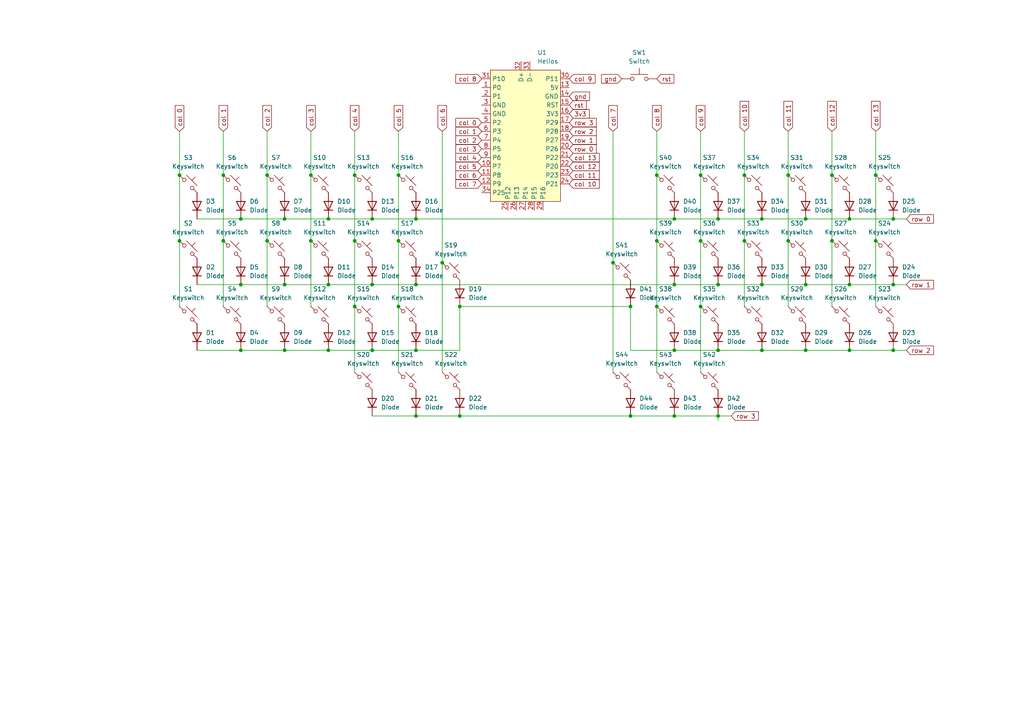
<source format=kicad_sch>
(kicad_sch (version 20231120) (generator "eeschema") (generator_version "8.0")
  (paper "A4")
  (lib_symbols
    (symbol "PCM_marbastlib-promicroish:Helios" (in_bom no)
      (property "Reference" "U" (at -7.62 22.86 0))
      (property "Value" "Helios" (at -7.62 20.32 0))
      (symbol "Helios_0_0"
        (pin bidirectional line (at -12.7 13.97 0) (length 2.54) (name "P0") (number "1"))
        (pin bidirectional line (at -12.7 -8.89 0) (length 2.54) (name "P7") (number "10"))
        (pin bidirectional line (at -12.7 -11.43 0) (length 2.54) (name "P8") (number "11"))
        (pin bidirectional line (at -12.7 -13.97 0) (length 2.54) (name "P9") (number "12"))
        (pin power_out line (at 12.7 11.43 180) (length 2.54) (name "GND") (number "14"))
        (pin bidirectional line (at 12.7 8.89 180) (length 2.54) (name "RST") (number "15"))
        (pin bidirectional line (at 12.7 3.81 180) (length 2.54) (name "P29") (number "17"))
        (pin bidirectional line (at 12.7 1.27 180) (length 2.54) (name "P28") (number "18"))
        (pin bidirectional line (at 12.7 -1.27 180) (length 2.54) (name "P27") (number "19"))
        (pin bidirectional line (at -12.7 11.43 0) (length 2.54) (name "P1") (number "2"))
        (pin bidirectional line (at 12.7 -3.81 180) (length 2.54) (name "P26") (number "20"))
        (pin bidirectional line (at 12.7 -6.35 180) (length 2.54) (name "P22") (number "21"))
        (pin bidirectional line (at 12.7 -8.89 180) (length 2.54) (name "P20") (number "22"))
        (pin bidirectional line (at 12.7 -11.43 180) (length 2.54) (name "P23") (number "23"))
        (pin bidirectional line (at 12.7 -13.97 180) (length 2.54) (name "P21") (number "24"))
        (pin power_out line (at -12.7 8.89 0) (length 2.54) (name "GND") (number "3"))
        (pin power_out line (at -12.7 6.35 0) (length 2.54) (name "GND") (number "4"))
        (pin bidirectional line (at -12.7 3.81 0) (length 2.54) (name "P2") (number "5"))
        (pin bidirectional line (at -12.7 1.27 0) (length 2.54) (name "P3") (number "6"))
        (pin bidirectional line (at -12.7 -1.27 0) (length 2.54) (name "P4") (number "7"))
        (pin bidirectional line (at -12.7 -3.81 0) (length 2.54) (name "P5") (number "8"))
        (pin bidirectional line (at -12.7 -6.35 0) (length 2.54) (name "P6") (number "9"))
      )
      (symbol "Helios_1_0"
        (pin bidirectional line (at 12.7 13.97 180) (length 2.54) (name "5V") (number "13"))
        (pin power_out line (at 12.7 6.35 180) (length 2.54) (name "3V3") (number "16"))
        (pin bidirectional line (at -5.08 -21.59 90) (length 2.54) (name "P12") (number "25"))
        (pin bidirectional line (at -2.54 -21.59 90) (length 2.54) (name "P13") (number "26"))
        (pin bidirectional line (at 0 -21.59 90) (length 2.54) (name "P14") (number "27"))
        (pin bidirectional line (at 2.54 -21.59 90) (length 2.54) (name "P15") (number "28"))
        (pin bidirectional line (at 5.08 -21.59 90) (length 2.54) (name "P16") (number "29"))
        (pin power_in line (at 12.7 16.51 180) (length 2.54) (name "P11") (number "30"))
        (pin bidirectional line (at -12.7 16.51 0) (length 2.54) (name "P10") (number "31"))
        (pin bidirectional line (at -1.27 21.59 270) (length 2.54) (name "D+") (number "32"))
        (pin bidirectional line (at 1.27 21.59 270) (length 2.54) (name "D-") (number "33"))
        (pin bidirectional line (at -12.7 -16.51 0) (length 2.54) (name "P25") (number "34"))
      )
      (symbol "Helios_1_1"
        (rectangle (start -10.16 19.05) (end 10.16 -19.05) (fill (type background)))
      )
    )
    (symbol "ScottoKeebs:Placeholder_Diode" (pin_numbers hide) (pin_names hide)
      (property "Reference" "D" (at 0 2.54 0))
      (property "Value" "Diode" (at 0 -2.54 0))
      (symbol "Placeholder_Diode_0_1"
        (polyline (pts (xy -1.27 1.27) (xy -1.27 -1.27)) (stroke (width 0.254)))
        (polyline (pts (xy 1.27 0) (xy -1.27 0)))
        (polyline (pts (xy 1.27 1.27) (xy 1.27 -1.27) (xy -1.27 0) (xy 1.27 1.27)) (stroke (width 0.254)))
      )
      (symbol "Placeholder_Diode_1_1"
        (pin passive line (at -3.81 0 0) (length 2.54) (name "K") (number "1"))
        (pin passive line (at 3.81 0 180) (length 2.54) (name "A") (number "2"))
      )
    )
    (symbol "ScottoKeebs:Placeholder_Keyswitch" (pin_numbers hide) (pin_names (offset 1.016) hide)
      (property "Reference" "S" (at 3.048 1.016 0))
      (property "Value" "Keyswitch" (at 0 -3.81 0))
      (symbol "Placeholder_Keyswitch_0_1"
        (circle (center -1.1684 1.1684) (radius 0.508))
        (polyline (pts (xy -0.508 2.54) (xy 2.54 -0.508)))
        (polyline (pts (xy 1.016 1.016) (xy 2.032 2.032)))
        (polyline (pts (xy -2.54 2.54) (xy -1.524 1.524) (xy -1.524 1.524)))
        (polyline (pts (xy 1.524 -1.524) (xy 2.54 -2.54) (xy 2.54 -2.54) (xy 2.54 -2.54)))
        (circle (center 1.143 -1.1938) (radius 0.508))
        (pin passive line (at -2.54 2.54 0) (length 0) (name "1") (number "1"))
        (pin passive line (at 2.54 -2.54 180) (length 0) (name "2") (number "2"))
      )
    )
    (symbol "ScottoKeebs:Placeholder_Switch" (pin_numbers hide) (pin_names (offset 1.016) hide)
      (property "Reference" "SW" (at 1.27 2.54 0))
      (property "Value" "Switch" (at 0 -1.524 0))
      (symbol "Placeholder_Switch_0_1"
        (circle (center -2.032 0) (radius 0.508))
        (polyline (pts (xy 0 1.27) (xy 0 3.048)))
        (polyline (pts (xy 2.54 1.27) (xy -2.54 1.27)))
        (circle (center 2.032 0) (radius 0.508))
        (pin passive line (at -5.08 0 0) (length 2.54) (name "1") (number "1"))
        (pin passive line (at 5.08 0 180) (length 2.54) (name "2") (number "2"))
      )
    )
  )
  (junction (at 259.08 63.5))
  (junction (at 69.85 63.5))
  (junction (at 246.38 101.6))
  (junction (at 120.65 63.5))
  (junction (at 241.3 50.8))
  (junction (at 120.65 101.6))
  (junction (at 82.55 63.5))
  (junction (at 90.17 69.85))
  (junction (at 254 69.85))
  (junction (at 203.2 69.85))
  (junction (at 69.85 101.6))
  (junction (at 195.58 82.55))
  (junction (at 233.68 63.5))
  (junction (at 120.65 120.65))
  (junction (at 259.08 101.6))
  (junction (at 254 50.8))
  (junction (at 115.57 69.85))
  (junction (at 107.95 63.5))
  (junction (at 95.25 63.5))
  (junction (at 133.35 120.65))
  (junction (at 220.98 82.55))
  (junction (at 233.68 101.6))
  (junction (at 190.5 50.8))
  (junction (at 246.38 63.5))
  (junction (at 128.27 76.2))
  (junction (at 203.2 88.9))
  (junction (at 195.58 120.65))
  (junction (at 95.25 101.6))
  (junction (at 107.95 101.6))
  (junction (at 107.95 82.55))
  (junction (at 190.5 88.9))
  (junction (at 203.2 50.8))
  (junction (at 77.47 50.8))
  (junction (at 115.57 88.9))
  (junction (at 220.98 101.6))
  (junction (at 77.47 69.85))
  (junction (at 259.08 82.55))
  (junction (at 195.58 63.5))
  (junction (at 69.85 82.55))
  (junction (at 190.5 69.85))
  (junction (at 208.28 63.5))
  (junction (at 120.65 82.55))
  (junction (at 177.8 76.2))
  (junction (at 90.17 50.8))
  (junction (at 195.58 101.6))
  (junction (at 82.55 82.55))
  (junction (at 208.28 101.6))
  (junction (at 102.87 88.9))
  (junction (at 102.87 50.8))
  (junction (at 228.6 69.85))
  (junction (at 208.28 120.65))
  (junction (at 215.9 69.85))
  (junction (at 182.88 88.9))
  (junction (at 228.6 50.8))
  (junction (at 220.98 63.5))
  (junction (at 246.38 82.55))
  (junction (at 233.68 82.55))
  (junction (at 182.88 120.65))
  (junction (at 95.25 82.55))
  (junction (at 52.07 69.85))
  (junction (at 64.77 69.85))
  (junction (at 208.28 82.55))
  (junction (at 52.07 50.8))
  (junction (at 115.57 50.8))
  (junction (at 241.3 69.85))
  (junction (at 82.55 101.6))
  (junction (at 102.87 69.85))
  (junction (at 215.9 50.8))
  (junction (at 64.77 50.8))
  (junction (at 133.35 88.9))
  (wire (pts (xy 259.08 82.55) (xy 262.89 82.55)))
  (wire (pts (xy 195.58 120.65) (xy 208.28 120.65)))
  (wire (pts (xy 115.57 50.8) (xy 115.57 69.85)))
  (wire (pts (xy 203.2 38.1) (xy 203.2 50.8)))
  (wire (pts (xy 190.5 38.1) (xy 190.5 50.8)))
  (wire (pts (xy 107.95 82.55) (xy 120.65 82.55)))
  (wire (pts (xy 69.85 63.5) (xy 82.55 63.5)))
  (wire (pts (xy 246.38 63.5) (xy 259.08 63.5)))
  (wire (pts (xy 90.17 69.85) (xy 90.17 88.9)))
  (wire (pts (xy 120.65 101.6) (xy 133.35 101.6)))
  (wire (pts (xy 95.25 82.55) (xy 107.95 82.55)))
  (wire (pts (xy 115.57 38.1) (xy 115.57 50.8)))
  (wire (pts (xy 128.27 76.2) (xy 128.27 107.95)))
  (wire (pts (xy 195.58 101.6) (xy 208.28 101.6)))
  (wire (pts (xy 115.57 69.85) (xy 115.57 88.9)))
  (wire (pts (xy 77.47 38.1) (xy 77.47 50.8)))
  (wire (pts (xy 107.95 63.5) (xy 120.65 63.5)))
  (wire (pts (xy 241.3 50.8) (xy 241.3 69.85)))
  (wire (pts (xy 228.6 38.1) (xy 228.6 50.8)))
  (wire (pts (xy 203.2 88.9) (xy 203.2 107.95)))
  (wire (pts (xy 57.15 101.6) (xy 69.85 101.6)))
  (wire (pts (xy 228.6 50.8) (xy 228.6 69.85)))
  (wire (pts (xy 77.47 50.8) (xy 77.47 69.85)))
  (wire (pts (xy 95.25 101.6) (xy 107.95 101.6)))
  (wire (pts (xy 177.8 76.2) (xy 177.8 107.95)))
  (wire (pts (xy 52.07 38.1) (xy 52.07 50.8)))
  (wire (pts (xy 203.2 69.85) (xy 203.2 88.9)))
  (wire (pts (xy 120.65 120.65) (xy 133.35 120.65)))
  (wire (pts (xy 64.77 38.1) (xy 64.77 50.8)))
  (wire (pts (xy 95.25 63.5) (xy 107.95 63.5)))
  (wire (pts (xy 102.87 88.9) (xy 102.87 107.95)))
  (wire (pts (xy 120.65 82.55) (xy 195.58 82.55)))
  (wire (pts (xy 208.28 82.55) (xy 220.98 82.55)))
  (wire (pts (xy 233.68 63.5) (xy 246.38 63.5)))
  (wire (pts (xy 220.98 101.6) (xy 233.68 101.6)))
  (wire (pts (xy 90.17 38.1) (xy 90.17 50.8)))
  (wire (pts (xy 208.28 63.5) (xy 220.98 63.5)))
  (wire (pts (xy 212.09 120.65) (xy 208.28 120.65)))
  (wire (pts (xy 195.58 82.55) (xy 208.28 82.55)))
  (wire (pts (xy 259.08 101.6) (xy 262.89 101.6)))
  (wire (pts (xy 208.28 101.6) (xy 220.98 101.6)))
  (wire (pts (xy 233.68 101.6) (xy 246.38 101.6)))
  (wire (pts (xy 254 50.8) (xy 254 69.85)))
  (wire (pts (xy 208.28 120.65) (xy 208.28 121.92)))
  (wire (pts (xy 90.17 50.8) (xy 90.17 69.85)))
  (wire (pts (xy 52.07 69.85) (xy 52.07 88.9)))
  (wire (pts (xy 69.85 82.55) (xy 82.55 82.55)))
  (wire (pts (xy 102.87 50.8) (xy 102.87 69.85)))
  (wire (pts (xy 246.38 82.55) (xy 259.08 82.55)))
  (wire (pts (xy 241.3 69.85) (xy 241.3 88.9)))
  (wire (pts (xy 133.35 101.6) (xy 133.35 88.9)))
  (wire (pts (xy 215.9 38.1) (xy 215.9 50.8)))
  (wire (pts (xy 64.77 50.8) (xy 64.77 69.85)))
  (wire (pts (xy 128.27 38.1) (xy 128.27 76.2)))
  (wire (pts (xy 133.35 120.65) (xy 182.88 120.65)))
  (wire (pts (xy 69.85 101.6) (xy 82.55 101.6)))
  (wire (pts (xy 77.47 69.85) (xy 77.47 88.9)))
  (wire (pts (xy 220.98 82.55) (xy 233.68 82.55)))
  (wire (pts (xy 82.55 82.55) (xy 95.25 82.55)))
  (wire (pts (xy 64.77 69.85) (xy 64.77 88.9)))
  (wire (pts (xy 120.65 63.5) (xy 195.58 63.5)))
  (wire (pts (xy 182.88 120.65) (xy 195.58 120.65)))
  (wire (pts (xy 254 69.85) (xy 254 88.9)))
  (wire (pts (xy 182.88 88.9) (xy 182.88 101.6)))
  (wire (pts (xy 190.5 69.85) (xy 190.5 88.9)))
  (wire (pts (xy 215.9 50.8) (xy 215.9 69.85)))
  (wire (pts (xy 102.87 38.1) (xy 102.87 50.8)))
  (wire (pts (xy 190.5 50.8) (xy 190.5 69.85)))
  (wire (pts (xy 246.38 101.6) (xy 259.08 101.6)))
  (wire (pts (xy 177.8 38.1) (xy 177.8 76.2)))
  (wire (pts (xy 57.15 82.55) (xy 69.85 82.55)))
  (wire (pts (xy 220.98 63.5) (xy 233.68 63.5)))
  (wire (pts (xy 82.55 101.6) (xy 95.25 101.6)))
  (wire (pts (xy 102.87 69.85) (xy 102.87 88.9)))
  (wire (pts (xy 115.57 88.9) (xy 115.57 107.95)))
  (wire (pts (xy 133.35 88.9) (xy 182.88 88.9)))
  (wire (pts (xy 82.55 63.5) (xy 95.25 63.5)))
  (wire (pts (xy 52.07 50.8) (xy 52.07 69.85)))
  (wire (pts (xy 254 38.1) (xy 254 50.8)))
  (wire (pts (xy 190.5 88.9) (xy 190.5 107.95)))
  (wire (pts (xy 57.15 63.5) (xy 69.85 63.5)))
  (wire (pts (xy 259.08 63.5) (xy 262.89 63.5)))
  (wire (pts (xy 203.2 50.8) (xy 203.2 69.85)))
  (wire (pts (xy 195.58 101.6) (xy 182.88 101.6)))
  (wire (pts (xy 107.95 120.65) (xy 120.65 120.65)))
  (wire (pts (xy 195.58 63.5) (xy 208.28 63.5)))
  (wire (pts (xy 107.95 101.6) (xy 120.65 101.6)))
  (wire (pts (xy 241.3 38.1) (xy 241.3 50.8)))
  (wire (pts (xy 228.6 69.85) (xy 228.6 88.9)))
  (wire (pts (xy 233.68 82.55) (xy 246.38 82.55)))
  (wire (pts (xy 215.9 69.85) (xy 215.9 88.9)))
  (global_label "row 3" (shape input) (at 212.09 120.65 0) (property "Intersheetrefs" "${INTERSHEET_REFS}" (effects (hide yes))))
  (global_label "row 2" (shape input) (at 262.89 101.6 0) (property "Intersheetrefs" "${INTERSHEET_REFS}" (effects (hide yes))))
  (global_label "col 6" (shape input) (at 139.7 50.8 180) (property "Intersheetrefs" "${INTERSHEET_REFS}" (effects (hide yes))))
  (global_label "row 3" (shape input) (at 165.1 35.56 0) (property "Intersheetrefs" "${INTERSHEET_REFS}" (effects (hide yes))))
  (global_label "col 9" (shape input) (at 203.2 38.1 90) (property "Intersheetrefs" "${INTERSHEET_REFS}" (effects (hide yes))))
  (global_label "col 8" (shape input) (at 139.7 22.86 180) (property "Intersheetrefs" "${INTERSHEET_REFS}" (effects (hide yes))))
  (global_label "col 13" (shape input) (at 165.1 45.72 0) (property "Intersheetrefs" "${INTERSHEET_REFS}" (effects (hide yes))))
  (global_label "row 0" (shape input) (at 262.89 63.5 0) (property "Intersheetrefs" "${INTERSHEET_REFS}" (effects (hide yes))))
  (global_label "col 9" (shape input) (at 165.1 22.86 0) (property "Intersheetrefs" "${INTERSHEET_REFS}" (effects (hide yes))))
  (global_label "row 1" (shape input) (at 165.1 40.64 0) (property "Intersheetrefs" "${INTERSHEET_REFS}" (effects (hide yes))))
  (global_label "col 2" (shape input) (at 139.7 40.64 180) (property "Intersheetrefs" "${INTERSHEET_REFS}" (effects (hide yes))))
  (global_label "row 2" (shape input) (at 165.1 38.1 0) (property "Intersheetrefs" "${INTERSHEET_REFS}" (effects (hide yes))))
  (global_label "col 11" (shape input) (at 165.1 50.8 0) (property "Intersheetrefs" "${INTERSHEET_REFS}" (effects (hide yes))))
  (global_label "col 12" (shape input) (at 241.3 38.1 90) (property "Intersheetrefs" "${INTERSHEET_REFS}" (effects (hide yes))))
  (global_label "col 11" (shape input) (at 228.6 38.1 90) (property "Intersheetrefs" "${INTERSHEET_REFS}" (effects (hide yes))))
  (global_label "col 1" (shape input) (at 139.7 38.1 180) (property "Intersheetrefs" "${INTERSHEET_REFS}" (effects (hide yes))))
  (global_label "col 10" (shape input) (at 215.9 38.1 90) (property "Intersheetrefs" "${INTERSHEET_REFS}" (effects (hide yes))))
  (global_label "col 10" (shape input) (at 165.1 53.34 0) (property "Intersheetrefs" "${INTERSHEET_REFS}" (effects (hide yes))))
  (global_label "col 1" (shape input) (at 64.77 38.1 90) (property "Intersheetrefs" "${INTERSHEET_REFS}" (effects (hide yes))))
  (global_label "gnd" (shape input) (at 180.34 22.86 180) (property "Intersheetrefs" "${INTERSHEET_REFS}" (effects (hide yes))))
  (global_label "col 3" (shape input) (at 90.17 38.1 90) (property "Intersheetrefs" "${INTERSHEET_REFS}" (effects (hide yes))))
  (global_label "rst" (shape input) (at 165.1 30.48 0) (property "Intersheetrefs" "${INTERSHEET_REFS}" (effects (hide yes))))
  (global_label "col 13" (shape input) (at 254 38.1 90) (property "Intersheetrefs" "${INTERSHEET_REFS}" (effects (hide yes))))
  (global_label "col 5" (shape input) (at 139.7 48.26 180) (property "Intersheetrefs" "${INTERSHEET_REFS}" (effects (hide yes))))
  (global_label "col 7" (shape input) (at 177.8 38.1 90) (property "Intersheetrefs" "${INTERSHEET_REFS}" (effects (hide yes))))
  (global_label "row 0" (shape input) (at 165.1 43.18 0) (property "Intersheetrefs" "${INTERSHEET_REFS}" (effects (hide yes))))
  (global_label "row 1" (shape input) (at 262.89 82.55 0) (property "Intersheetrefs" "${INTERSHEET_REFS}" (effects (hide yes))))
  (global_label "col 12" (shape input) (at 165.1 48.26 0) (property "Intersheetrefs" "${INTERSHEET_REFS}" (effects (hide yes))))
  (global_label "col 2" (shape input) (at 77.47 38.1 90) (property "Intersheetrefs" "${INTERSHEET_REFS}" (effects (hide yes))))
  (global_label "gnd" (shape input) (at 165.1 27.94 0) (property "Intersheetrefs" "${INTERSHEET_REFS}" (effects (hide yes))))
  (global_label "col 0" (shape input) (at 139.7 35.56 180) (property "Intersheetrefs" "${INTERSHEET_REFS}" (effects (hide yes))))
  (global_label "col 3" (shape input) (at 139.7 43.18 180) (property "Intersheetrefs" "${INTERSHEET_REFS}" (effects (hide yes))))
  (global_label "col 7" (shape input) (at 139.7 53.34 180) (property "Intersheetrefs" "${INTERSHEET_REFS}" (effects (hide yes))))
  (global_label "col 5" (shape input) (at 115.57 38.1 90) (property "Intersheetrefs" "${INTERSHEET_REFS}" (effects (hide yes))))
  (global_label "col 4" (shape input) (at 139.7 45.72 180) (property "Intersheetrefs" "${INTERSHEET_REFS}" (effects (hide yes))))
  (global_label "3v3" (shape input) (at 165.1 33.02 0) (property "Intersheetrefs" "${INTERSHEET_REFS}" (effects (hide yes))))
  (global_label "col 0" (shape input) (at 52.07 38.1 90) (property "Intersheetrefs" "${INTERSHEET_REFS}" (effects (hide yes))))
  (global_label "col 8" (shape input) (at 190.5 38.1 90) (property "Intersheetrefs" "${INTERSHEET_REFS}" (effects (hide yes))))
  (global_label "rst" (shape input) (at 190.5 22.86 0) (property "Intersheetrefs" "${INTERSHEET_REFS}" (effects (hide yes))))
  (global_label "col 4" (shape input) (at 102.87 38.1 90) (property "Intersheetrefs" "${INTERSHEET_REFS}" (effects (hide yes))))
  (global_label "col 6" (shape input) (at 128.27 38.1 90) (property "Intersheetrefs" "${INTERSHEET_REFS}" (effects (hide yes))))
  (symbol (lib_id "ScottoKeebs:Placeholder_Keyswitch") (at 80.01 91.44 0) (unit 1)
    (property "Reference" "S9" (at 80.01 83.82 0))
    (property "Value" "Keyswitch" (at 80.01 86.36 0))
    (property "Footprint" "ScottoKeebs_Hotswap:Hotswap_Choc_V1V2_1.00u" (effects (hide yes)))
    (property "Description" "Push button switch, normally open, two pins, 45° tilted" (effects (hide yes)))
  )
  (symbol (lib_id "ScottoKeebs:Placeholder_Diode") (at 82.55 59.69 90) (unit 1)
    (property "Reference" "D7" (at 85.09 58.4199 90) (effects (justify right)))
    (property "Value" "Diode" (at 85.09 60.9599 90) (effects (justify right)))
    (property "Footprint" "ScottoKeebs_Components:Diode_SOD-123" (effects (hide yes)))
    (property "Description" "1N4148 (DO-35) or 1N4148W (SOD-123)" (effects (hide yes)))
    (property "Sim.Device" "D" (effects (hide yes)))
    (property "Sim.Pins" "1=K 2=A" (effects (hide yes)))
  )
  (symbol (lib_id "ScottoKeebs:Placeholder_Diode") (at 95.25 78.74 90) (unit 1)
    (property "Reference" "D11" (at 97.79 77.4699 90) (effects (justify right)))
    (property "Value" "Diode" (at 97.79 80.0099 90) (effects (justify right)))
    (property "Footprint" "ScottoKeebs_Components:Diode_SOD-123" (effects (hide yes)))
    (property "Description" "1N4148 (DO-35) or 1N4148W (SOD-123)" (effects (hide yes)))
    (property "Sim.Device" "D" (effects (hide yes)))
    (property "Sim.Pins" "1=K 2=A" (effects (hide yes)))
  )
  (symbol (lib_id "ScottoKeebs:Placeholder_Diode") (at 259.08 97.79 90) (unit 1)
    (property "Reference" "D23" (at 261.62 96.5199 90) (effects (justify right)))
    (property "Value" "Diode" (at 261.62 99.0599 90) (effects (justify right)))
    (property "Footprint" "ScottoKeebs_Components:Diode_SOD-123" (effects (hide yes)))
    (property "Description" "1N4148 (DO-35) or 1N4148W (SOD-123)" (effects (hide yes)))
    (property "Sim.Device" "D" (effects (hide yes)))
    (property "Sim.Pins" "1=K 2=A" (effects (hide yes)))
  )
  (symbol (lib_id "ScottoKeebs:Placeholder_Keyswitch") (at 231.14 53.34 0) (unit 1)
    (property "Reference" "S31" (at 231.14 45.72 0))
    (property "Value" "Keyswitch" (at 231.14 48.26 0))
    (property "Footprint" "ScottoKeebs_Hotswap:Hotswap_Choc_V1V2_1.00u" (effects (hide yes)))
    (property "Description" "Push button switch, normally open, two pins, 45° tilted" (effects (hide yes)))
  )
  (symbol (lib_id "ScottoKeebs:Placeholder_Keyswitch") (at 118.11 110.49 0) (unit 1)
    (property "Reference" "S21" (at 118.11 102.87 0))
    (property "Value" "Keyswitch" (at 118.11 105.41 0))
    (property "Footprint" "ScottoKeebs_Hotswap:Hotswap_Choc_V1V2_1.00u" (effects (hide yes)))
    (property "Description" "Push button switch, normally open, two pins, 45° tilted" (effects (hide yes)))
  )
  (symbol (lib_id "ScottoKeebs:Placeholder_Keyswitch") (at 193.04 72.39 0) (unit 1)
    (property "Reference" "S39" (at 193.04 64.77 0))
    (property "Value" "Keyswitch" (at 193.04 67.31 0))
    (property "Footprint" "ScottoKeebs_Hotswap:Hotswap_Choc_V1V2_1.00u" (effects (hide yes)))
    (property "Description" "Push button switch, normally open, two pins, 45° tilted" (effects (hide yes)))
  )
  (symbol (lib_id "ScottoKeebs:Placeholder_Diode") (at 120.65 78.74 90) (unit 1)
    (property "Reference" "D17" (at 123.19 77.4699 90) (effects (justify right)))
    (property "Value" "Diode" (at 123.19 80.0099 90) (effects (justify right)))
    (property "Footprint" "ScottoKeebs_Components:Diode_SOD-123" (effects (hide yes)))
    (property "Description" "1N4148 (DO-35) or 1N4148W (SOD-123)" (effects (hide yes)))
    (property "Sim.Device" "D" (effects (hide yes)))
    (property "Sim.Pins" "1=K 2=A" (effects (hide yes)))
  )
  (symbol (lib_id "ScottoKeebs:Placeholder_Diode") (at 107.95 78.74 90) (unit 1)
    (property "Reference" "D14" (at 110.49 77.4699 90) (effects (justify right)))
    (property "Value" "Diode" (at 110.49 80.0099 90) (effects (justify right)))
    (property "Footprint" "ScottoKeebs_Components:Diode_SOD-123" (effects (hide yes)))
    (property "Description" "1N4148 (DO-35) or 1N4148W (SOD-123)" (effects (hide yes)))
    (property "Sim.Device" "D" (effects (hide yes)))
    (property "Sim.Pins" "1=K 2=A" (effects (hide yes)))
  )
  (symbol (lib_id "ScottoKeebs:Placeholder_Keyswitch") (at 118.11 91.44 0) (unit 1)
    (property "Reference" "S18" (at 118.11 83.82 0))
    (property "Value" "Keyswitch" (at 118.11 86.36 0))
    (property "Footprint" "ScottoKeebs_Hotswap:Hotswap_Choc_V1V2_1.00u" (effects (hide yes)))
    (property "Description" "Push button switch, normally open, two pins, 45° tilted" (effects (hide yes)))
  )
  (symbol (lib_id "ScottoKeebs:Placeholder_Keyswitch") (at 243.84 72.39 0) (unit 1)
    (property "Reference" "S27" (at 243.84 64.77 0))
    (property "Value" "Keyswitch" (at 243.84 67.31 0))
    (property "Footprint" "ScottoKeebs_Hotswap:Hotswap_Choc_V1V2_1.00u" (effects (hide yes)))
    (property "Description" "Push button switch, normally open, two pins, 45° tilted" (effects (hide yes)))
  )
  (symbol (lib_id "ScottoKeebs:Placeholder_Diode") (at 69.85 97.79 90) (unit 1)
    (property "Reference" "D4" (at 72.39 96.5199 90) (effects (justify right)))
    (property "Value" "Diode" (at 72.39 99.0599 90) (effects (justify right)))
    (property "Footprint" "ScottoKeebs_Components:Diode_SOD-123" (effects (hide yes)))
    (property "Description" "1N4148 (DO-35) or 1N4148W (SOD-123)" (effects (hide yes)))
    (property "Sim.Device" "D" (effects (hide yes)))
    (property "Sim.Pins" "1=K 2=A" (effects (hide yes)))
  )
  (symbol (lib_id "ScottoKeebs:Placeholder_Diode") (at 233.68 59.69 90) (unit 1)
    (property "Reference" "D31" (at 236.22 58.4199 90) (effects (justify right)))
    (property "Value" "Diode" (at 236.22 60.9599 90) (effects (justify right)))
    (property "Footprint" "ScottoKeebs_Components:Diode_SOD-123" (effects (hide yes)))
    (property "Description" "1N4148 (DO-35) or 1N4148W (SOD-123)" (effects (hide yes)))
    (property "Sim.Device" "D" (effects (hide yes)))
    (property "Sim.Pins" "1=K 2=A" (effects (hide yes)))
  )
  (symbol (lib_id "ScottoKeebs:Placeholder_Keyswitch") (at 67.31 91.44 0) (unit 1)
    (property "Reference" "S4" (at 67.31 83.82 0))
    (property "Value" "Keyswitch" (at 67.31 86.36 0))
    (property "Footprint" "ScottoKeebs_Hotswap:Hotswap_Choc_V1V2_1.00u" (effects (hide yes)))
    (property "Description" "Push button switch, normally open, two pins, 45° tilted" (effects (hide yes)))
  )
  (symbol (lib_id "ScottoKeebs:Placeholder_Keyswitch") (at 118.11 53.34 0) (unit 1)
    (property "Reference" "S16" (at 118.11 45.72 0))
    (property "Value" "Keyswitch" (at 118.11 48.26 0))
    (property "Footprint" "ScottoKeebs_Hotswap:Hotswap_Choc_V1V2_1.00u" (effects (hide yes)))
    (property "Description" "Push button switch, normally open, two pins, 45° tilted" (effects (hide yes)))
  )
  (symbol (lib_id "ScottoKeebs:Placeholder_Diode") (at 107.95 116.84 90) (unit 1)
    (property "Reference" "D20" (at 110.49 115.5699 90) (effects (justify right)))
    (property "Value" "Diode" (at 110.49 118.1099 90) (effects (justify right)))
    (property "Footprint" "ScottoKeebs_Components:Diode_SOD-123" (effects (hide yes)))
    (property "Description" "1N4148 (DO-35) or 1N4148W (SOD-123)" (effects (hide yes)))
    (property "Sim.Device" "D" (effects (hide yes)))
    (property "Sim.Pins" "1=K 2=A" (effects (hide yes)))
  )
  (symbol (lib_id "ScottoKeebs:Placeholder_Diode") (at 120.65 59.69 90) (unit 1)
    (property "Reference" "D16" (at 123.19 58.4199 90) (effects (justify right)))
    (property "Value" "Diode" (at 123.19 60.9599 90) (effects (justify right)))
    (property "Footprint" "ScottoKeebs_Components:Diode_SOD-123" (effects (hide yes)))
    (property "Description" "1N4148 (DO-35) or 1N4148W (SOD-123)" (effects (hide yes)))
    (property "Sim.Device" "D" (effects (hide yes)))
    (property "Sim.Pins" "1=K 2=A" (effects (hide yes)))
  )
  (symbol (lib_id "ScottoKeebs:Placeholder_Diode") (at 120.65 97.79 90) (unit 1)
    (property "Reference" "D18" (at 123.19 96.5199 90) (effects (justify right)))
    (property "Value" "Diode" (at 123.19 99.0599 90) (effects (justify right)))
    (property "Footprint" "ScottoKeebs_Components:Diode_SOD-123" (effects (hide yes)))
    (property "Description" "1N4148 (DO-35) or 1N4148W (SOD-123)" (effects (hide yes)))
    (property "Sim.Device" "D" (effects (hide yes)))
    (property "Sim.Pins" "1=K 2=A" (effects (hide yes)))
  )
  (symbol (lib_id "ScottoKeebs:Placeholder_Keyswitch") (at 92.71 91.44 0) (unit 1)
    (property "Reference" "S12" (at 92.71 83.82 0))
    (property "Value" "Keyswitch" (at 92.71 86.36 0))
    (property "Footprint" "ScottoKeebs_Hotswap:Hotswap_Choc_V1V2_1.00u" (effects (hide yes)))
    (property "Description" "Push button switch, normally open, two pins, 45° tilted" (effects (hide yes)))
  )
  (symbol (lib_id "ScottoKeebs:Placeholder_Diode") (at 82.55 97.79 90) (unit 1)
    (property "Reference" "D9" (at 85.09 96.5199 90) (effects (justify right)))
    (property "Value" "Diode" (at 85.09 99.0599 90) (effects (justify right)))
    (property "Footprint" "ScottoKeebs_Components:Diode_SOD-123" (effects (hide yes)))
    (property "Description" "1N4148 (DO-35) or 1N4148W (SOD-123)" (effects (hide yes)))
    (property "Sim.Device" "D" (effects (hide yes)))
    (property "Sim.Pins" "1=K 2=A" (effects (hide yes)))
  )
  (symbol (lib_id "ScottoKeebs:Placeholder_Keyswitch") (at 180.34 78.74 0) (unit 1)
    (property "Reference" "S41" (at 180.34 71.12 0))
    (property "Value" "Keyswitch" (at 180.34 73.66 0))
    (property "Footprint" "ScottoKeebs_Hotswap:Hotswap_Choc_V1V2_1.00u" (effects (hide yes)))
    (property "Description" "Push button switch, normally open, two pins, 45° tilted" (effects (hide yes)))
  )
  (symbol (lib_id "ScottoKeebs:Placeholder_Diode") (at 69.85 59.69 90) (unit 1)
    (property "Reference" "D6" (at 72.39 58.4199 90) (effects (justify right)))
    (property "Value" "Diode" (at 72.39 60.9599 90) (effects (justify right)))
    (property "Footprint" "ScottoKeebs_Components:Diode_SOD-123" (effects (hide yes)))
    (property "Description" "1N4148 (DO-35) or 1N4148W (SOD-123)" (effects (hide yes)))
    (property "Sim.Device" "D" (effects (hide yes)))
    (property "Sim.Pins" "1=K 2=A" (effects (hide yes)))
  )
  (symbol (lib_id "ScottoKeebs:Placeholder_Keyswitch") (at 92.71 72.39 0) (unit 1)
    (property "Reference" "S11" (at 92.71 64.77 0))
    (property "Value" "Keyswitch" (at 92.71 67.31 0))
    (property "Footprint" "ScottoKeebs_Hotswap:Hotswap_Choc_V1V2_1.00u" (effects (hide yes)))
    (property "Description" "Push button switch, normally open, two pins, 45° tilted" (effects (hide yes)))
  )
  (symbol (lib_id "ScottoKeebs:Placeholder_Diode") (at 220.98 97.79 90) (unit 1)
    (property "Reference" "D32" (at 223.52 96.5199 90) (effects (justify right)))
    (property "Value" "Diode" (at 223.52 99.0599 90) (effects (justify right)))
    (property "Footprint" "ScottoKeebs_Components:Diode_SOD-123" (effects (hide yes)))
    (property "Description" "1N4148 (DO-35) or 1N4148W (SOD-123)" (effects (hide yes)))
    (property "Sim.Device" "D" (effects (hide yes)))
    (property "Sim.Pins" "1=K 2=A" (effects (hide yes)))
  )
  (symbol (lib_id "ScottoKeebs:Placeholder_Diode") (at 208.28 78.74 90) (unit 1)
    (property "Reference" "D36" (at 210.82 77.4699 90) (effects (justify right)))
    (property "Value" "Diode" (at 210.82 80.0099 90) (effects (justify right)))
    (property "Footprint" "ScottoKeebs_Components:Diode_SOD-123" (effects (hide yes)))
    (property "Description" "1N4148 (DO-35) or 1N4148W (SOD-123)" (effects (hide yes)))
    (property "Sim.Device" "D" (effects (hide yes)))
    (property "Sim.Pins" "1=K 2=A" (effects (hide yes)))
  )
  (symbol (lib_id "ScottoKeebs:Placeholder_Diode") (at 208.28 97.79 90) (unit 1)
    (property "Reference" "D35" (at 210.82 96.5199 90) (effects (justify right)))
    (property "Value" "Diode" (at 210.82 99.0599 90) (effects (justify right)))
    (property "Footprint" "ScottoKeebs_Components:Diode_SOD-123" (effects (hide yes)))
    (property "Description" "1N4148 (DO-35) or 1N4148W (SOD-123)" (effects (hide yes)))
    (property "Sim.Device" "D" (effects (hide yes)))
    (property "Sim.Pins" "1=K 2=A" (effects (hide yes)))
  )
  (symbol (lib_id "ScottoKeebs:Placeholder_Diode") (at 107.95 59.69 90) (unit 1)
    (property "Reference" "D13" (at 110.49 58.4199 90) (effects (justify right)))
    (property "Value" "Diode" (at 110.49 60.9599 90) (effects (justify right)))
    (property "Footprint" "ScottoKeebs_Components:Diode_SOD-123" (effects (hide yes)))
    (property "Description" "1N4148 (DO-35) or 1N4148W (SOD-123)" (effects (hide yes)))
    (property "Sim.Device" "D" (effects (hide yes)))
    (property "Sim.Pins" "1=K 2=A" (effects (hide yes)))
  )
  (symbol (lib_id "ScottoKeebs:Placeholder_Keyswitch") (at 243.84 53.34 0) (unit 1)
    (property "Reference" "S28" (at 243.84 45.72 0))
    (property "Value" "Keyswitch" (at 243.84 48.26 0))
    (property "Footprint" "ScottoKeebs_Hotswap:Hotswap_Choc_V1V2_1.00u" (effects (hide yes)))
    (property "Description" "Push button switch, normally open, two pins, 45° tilted" (effects (hide yes)))
  )
  (symbol (lib_id "ScottoKeebs:Placeholder_Diode") (at 57.15 59.69 90) (unit 1)
    (property "Reference" "D3" (at 59.69 58.4199 90) (effects (justify right)))
    (property "Value" "Diode" (at 59.69 60.9599 90) (effects (justify right)))
    (property "Footprint" "ScottoKeebs_Components:Diode_SOD-123" (effects (hide yes)))
    (property "Description" "1N4148 (DO-35) or 1N4148W (SOD-123)" (effects (hide yes)))
    (property "Sim.Device" "D" (effects (hide yes)))
    (property "Sim.Pins" "1=K 2=A" (effects (hide yes)))
  )
  (symbol (lib_id "ScottoKeebs:Placeholder_Keyswitch") (at 180.34 110.49 0) (unit 1)
    (property "Reference" "S44" (at 180.34 102.87 0))
    (property "Value" "Keyswitch" (at 180.34 105.41 0))
    (property "Footprint" "ScottoKeebs_Hotswap:Hotswap_Choc_V1V2_1.00u" (effects (hide yes)))
    (property "Description" "Push button switch, normally open, two pins, 45° tilted" (effects (hide yes)))
  )
  (symbol (lib_id "ScottoKeebs:Placeholder_Keyswitch") (at 105.41 53.34 0) (unit 1)
    (property "Reference" "S13" (at 105.41 45.72 0))
    (property "Value" "Keyswitch" (at 105.41 48.26 0))
    (property "Footprint" "ScottoKeebs_Hotswap:Hotswap_Choc_V1V2_1.00u" (effects (hide yes)))
    (property "Description" "Push button switch, normally open, two pins, 45° tilted" (effects (hide yes)))
  )
  (symbol (lib_id "ScottoKeebs:Placeholder_Diode") (at 95.25 97.79 90) (unit 1)
    (property "Reference" "D12" (at 97.79 96.5199 90) (effects (justify right)))
    (property "Value" "Diode" (at 97.79 99.0599 90) (effects (justify right)))
    (property "Footprint" "ScottoKeebs_Components:Diode_SOD-123" (effects (hide yes)))
    (property "Description" "1N4148 (DO-35) or 1N4148W (SOD-123)" (effects (hide yes)))
    (property "Sim.Device" "D" (effects (hide yes)))
    (property "Sim.Pins" "1=K 2=A" (effects (hide yes)))
  )
  (symbol (lib_id "ScottoKeebs:Placeholder_Switch") (at 185.42 22.86 0) (unit 1)
    (property "Reference" "SW1" (at 185.42 15.24 0))
    (property "Value" "Switch" (at 185.42 17.78 0))
    (property "Footprint" "ScottoKeebs_Components:Switch_MSK12C02" (effects (hide yes)))
    (property "Description" "Push button switch, generic, two pins" (effects (hide yes)))
  )
  (symbol (lib_id "ScottoKeebs:Placeholder_Diode") (at 195.58 97.79 90) (unit 1)
    (property "Reference" "D38" (at 198.12 96.5199 90) (effects (justify right)))
    (property "Value" "Diode" (at 198.12 99.0599 90) (effects (justify right)))
    (property "Footprint" "ScottoKeebs_Components:Diode_SOD-123" (effects (hide yes)))
    (property "Description" "1N4148 (DO-35) or 1N4148W (SOD-123)" (effects (hide yes)))
    (property "Sim.Device" "D" (effects (hide yes)))
    (property "Sim.Pins" "1=K 2=A" (effects (hide yes)))
  )
  (symbol (lib_id "ScottoKeebs:Placeholder_Keyswitch") (at 118.11 72.39 0) (unit 1)
    (property "Reference" "S17" (at 118.11 64.77 0))
    (property "Value" "Keyswitch" (at 118.11 67.31 0))
    (property "Footprint" "ScottoKeebs_Hotswap:Hotswap_Choc_V1V2_1.00u" (effects (hide yes)))
    (property "Description" "Push button switch, normally open, two pins, 45° tilted" (effects (hide yes)))
  )
  (symbol (lib_id "ScottoKeebs:Placeholder_Diode") (at 208.28 59.69 90) (unit 1)
    (property "Reference" "D37" (at 210.82 58.4199 90) (effects (justify right)))
    (property "Value" "Diode" (at 210.82 60.9599 90) (effects (justify right)))
    (property "Footprint" "ScottoKeebs_Components:Diode_SOD-123" (effects (hide yes)))
    (property "Description" "1N4148 (DO-35) or 1N4148W (SOD-123)" (effects (hide yes)))
    (property "Sim.Device" "D" (effects (hide yes)))
    (property "Sim.Pins" "1=K 2=A" (effects (hide yes)))
  )
  (symbol (lib_id "ScottoKeebs:Placeholder_Keyswitch") (at 54.61 53.34 0) (unit 1)
    (property "Reference" "S3" (at 54.61 45.72 0))
    (property "Value" "Keyswitch" (at 54.61 48.26 0))
    (property "Footprint" "ScottoKeebs_Hotswap:Hotswap_Choc_V1V2_1.00u" (effects (hide yes)))
    (property "Description" "Push button switch, normally open, two pins, 45° tilted" (effects (hide yes)))
  )
  (symbol (lib_id "ScottoKeebs:Placeholder_Keyswitch") (at 205.74 72.39 0) (unit 1)
    (property "Reference" "S36" (at 205.74 64.77 0))
    (property "Value" "Keyswitch" (at 205.74 67.31 0))
    (property "Footprint" "ScottoKeebs_Hotswap:Hotswap_Choc_V1V2_1.00u" (effects (hide yes)))
    (property "Description" "Push button switch, normally open, two pins, 45° tilted" (effects (hide yes)))
  )
  (symbol (lib_id "ScottoKeebs:Placeholder_Diode") (at 82.55 78.74 90) (unit 1)
    (property "Reference" "D8" (at 85.09 77.4699 90) (effects (justify right)))
    (property "Value" "Diode" (at 85.09 80.0099 90) (effects (justify right)))
    (property "Footprint" "ScottoKeebs_Components:Diode_SOD-123" (effects (hide yes)))
    (property "Description" "1N4148 (DO-35) or 1N4148W (SOD-123)" (effects (hide yes)))
    (property "Sim.Device" "D" (effects (hide yes)))
    (property "Sim.Pins" "1=K 2=A" (effects (hide yes)))
  )
  (symbol (lib_id "ScottoKeebs:Placeholder_Diode") (at 246.38 78.74 90) (unit 1)
    (property "Reference" "D27" (at 248.92 77.4699 90) (effects (justify right)))
    (property "Value" "Diode" (at 248.92 80.0099 90) (effects (justify right)))
    (property "Footprint" "ScottoKeebs_Components:Diode_SOD-123" (effects (hide yes)))
    (property "Description" "1N4148 (DO-35) or 1N4148W (SOD-123)" (effects (hide yes)))
    (property "Sim.Device" "D" (effects (hide yes)))
    (property "Sim.Pins" "1=K 2=A" (effects (hide yes)))
  )
  (symbol (lib_id "ScottoKeebs:Placeholder_Keyswitch") (at 130.81 110.49 0) (unit 1)
    (property "Reference" "S22" (at 130.81 102.87 0))
    (property "Value" "Keyswitch" (at 130.81 105.41 0))
    (property "Footprint" "ScottoKeebs_Hotswap:Hotswap_Choc_V1V2_1.00u" (effects (hide yes)))
    (property "Description" "Push button switch, normally open, two pins, 45° tilted" (effects (hide yes)))
  )
  (symbol (lib_id "ScottoKeebs:Placeholder_Keyswitch") (at 231.14 91.44 0) (unit 1)
    (property "Reference" "S29" (at 231.14 83.82 0))
    (property "Value" "Keyswitch" (at 231.14 86.36 0))
    (property "Footprint" "ScottoKeebs_Hotswap:Hotswap_Choc_V1V2_1.00u" (effects (hide yes)))
    (property "Description" "Push button switch, normally open, two pins, 45° tilted" (effects (hide yes)))
  )
  (symbol (lib_id "ScottoKeebs:Placeholder_Keyswitch") (at 193.04 53.34 0) (unit 1)
    (property "Reference" "S40" (at 193.04 45.72 0))
    (property "Value" "Keyswitch" (at 193.04 48.26 0))
    (property "Footprint" "ScottoKeebs_Hotswap:Hotswap_Choc_V1V2_1.00u" (effects (hide yes)))
    (property "Description" "Push button switch, normally open, two pins, 45° tilted" (effects (hide yes)))
  )
  (symbol (lib_id "ScottoKeebs:Placeholder_Keyswitch") (at 105.41 91.44 0) (unit 1)
    (property "Reference" "S15" (at 105.41 83.82 0))
    (property "Value" "Keyswitch" (at 105.41 86.36 0))
    (property "Footprint" "ScottoKeebs_Hotswap:Hotswap_Choc_V1V2_1.00u" (effects (hide yes)))
    (property "Description" "Push button switch, normally open, two pins, 45° tilted" (effects (hide yes)))
  )
  (symbol (lib_id "ScottoKeebs:Placeholder_Diode") (at 220.98 59.69 90) (unit 1)
    (property "Reference" "D34" (at 223.52 58.4199 90) (effects (justify right)))
    (property "Value" "Diode" (at 223.52 60.9599 90) (effects (justify right)))
    (property "Footprint" "ScottoKeebs_Components:Diode_SOD-123" (effects (hide yes)))
    (property "Description" "1N4148 (DO-35) or 1N4148W (SOD-123)" (effects (hide yes)))
    (property "Sim.Device" "D" (effects (hide yes)))
    (property "Sim.Pins" "1=K 2=A" (effects (hide yes)))
  )
  (symbol (lib_id "ScottoKeebs:Placeholder_Diode") (at 208.28 116.84 90) (unit 1)
    (property "Reference" "D42" (at 210.82 115.5699 90) (effects (justify right)))
    (property "Value" "Diode" (at 210.82 118.1099 90) (effects (justify right)))
    (property "Footprint" "ScottoKeebs_Components:Diode_SOD-123" (effects (hide yes)))
    (property "Description" "1N4148 (DO-35) or 1N4148W (SOD-123)" (effects (hide yes)))
    (property "Sim.Device" "D" (effects (hide yes)))
    (property "Sim.Pins" "1=K 2=A" (effects (hide yes)))
  )
  (symbol (lib_id "ScottoKeebs:Placeholder_Diode") (at 246.38 97.79 90) (unit 1)
    (property "Reference" "D26" (at 248.92 96.5199 90) (effects (justify right)))
    (property "Value" "Diode" (at 248.92 99.0599 90) (effects (justify right)))
    (property "Footprint" "ScottoKeebs_Components:Diode_SOD-123" (effects (hide yes)))
    (property "Description" "1N4148 (DO-35) or 1N4148W (SOD-123)" (effects (hide yes)))
    (property "Sim.Device" "D" (effects (hide yes)))
    (property "Sim.Pins" "1=K 2=A" (effects (hide yes)))
  )
  (symbol (lib_id "ScottoKeebs:Placeholder_Diode") (at 95.25 59.69 90) (unit 1)
    (property "Reference" "D10" (at 97.79 58.4199 90) (effects (justify right)))
    (property "Value" "Diode" (at 97.79 60.9599 90) (effects (justify right)))
    (property "Footprint" "ScottoKeebs_Components:Diode_SOD-123" (effects (hide yes)))
    (property "Description" "1N4148 (DO-35) or 1N4148W (SOD-123)" (effects (hide yes)))
    (property "Sim.Device" "D" (effects (hide yes)))
    (property "Sim.Pins" "1=K 2=A" (effects (hide yes)))
  )
  (symbol (lib_id "ScottoKeebs:Placeholder_Diode") (at 259.08 78.74 90) (unit 1)
    (property "Reference" "D24" (at 261.62 77.4699 90) (effects (justify right)))
    (property "Value" "Diode" (at 261.62 80.0099 90) (effects (justify right)))
    (property "Footprint" "ScottoKeebs_Components:Diode_SOD-123" (effects (hide yes)))
    (property "Description" "1N4148 (DO-35) or 1N4148W (SOD-123)" (effects (hide yes)))
    (property "Sim.Device" "D" (effects (hide yes)))
    (property "Sim.Pins" "1=K 2=A" (effects (hide yes)))
  )
  (symbol (lib_id "ScottoKeebs:Placeholder_Keyswitch") (at 80.01 72.39 0) (unit 1)
    (property "Reference" "S8" (at 80.01 64.77 0))
    (property "Value" "Keyswitch" (at 80.01 67.31 0))
    (property "Footprint" "ScottoKeebs_Hotswap:Hotswap_Choc_V1V2_1.00u" (effects (hide yes)))
    (property "Description" "Push button switch, normally open, two pins, 45° tilted" (effects (hide yes)))
  )
  (symbol (lib_id "ScottoKeebs:Placeholder_Diode") (at 233.68 97.79 90) (unit 1)
    (property "Reference" "D29" (at 236.22 96.5199 90) (effects (justify right)))
    (property "Value" "Diode" (at 236.22 99.0599 90) (effects (justify right)))
    (property "Footprint" "ScottoKeebs_Components:Diode_SOD-123" (effects (hide yes)))
    (property "Description" "1N4148 (DO-35) or 1N4148W (SOD-123)" (effects (hide yes)))
    (property "Sim.Device" "D" (effects (hide yes)))
    (property "Sim.Pins" "1=K 2=A" (effects (hide yes)))
  )
  (symbol (lib_id "ScottoKeebs:Placeholder_Diode") (at 133.35 85.09 90) (unit 1)
    (property "Reference" "D19" (at 135.89 83.8199 90) (effects (justify right)))
    (property "Value" "Diode" (at 135.89 86.3599 90) (effects (justify right)))
    (property "Footprint" "ScottoKeebs_Components:Diode_SOD-123" (effects (hide yes)))
    (property "Description" "1N4148 (DO-35) or 1N4148W (SOD-123)" (effects (hide yes)))
    (property "Sim.Device" "D" (effects (hide yes)))
    (property "Sim.Pins" "1=K 2=A" (effects (hide yes)))
  )
  (symbol (lib_id "ScottoKeebs:Placeholder_Keyswitch") (at 193.04 91.44 0) (unit 1)
    (property "Reference" "S38" (at 193.04 83.82 0))
    (property "Value" "Keyswitch" (at 193.04 86.36 0))
    (property "Footprint" "ScottoKeebs_Hotswap:Hotswap_Choc_V1V2_1.00u" (effects (hide yes)))
    (property "Description" "Push button switch, normally open, two pins, 45° tilted" (effects (hide yes)))
  )
  (symbol (lib_id "ScottoKeebs:Placeholder_Diode") (at 133.35 116.84 90) (unit 1)
    (property "Reference" "D22" (at 135.89 115.5699 90) (effects (justify right)))
    (property "Value" "Diode" (at 135.89 118.1099 90) (effects (justify right)))
    (property "Footprint" "ScottoKeebs_Components:Diode_SOD-123" (effects (hide yes)))
    (property "Description" "1N4148 (DO-35) or 1N4148W (SOD-123)" (effects (hide yes)))
    (property "Sim.Device" "D" (effects (hide yes)))
    (property "Sim.Pins" "1=K 2=A" (effects (hide yes)))
  )
  (symbol (lib_id "ScottoKeebs:Placeholder_Keyswitch") (at 205.74 53.34 0) (unit 1)
    (property "Reference" "S37" (at 205.74 45.72 0))
    (property "Value" "Keyswitch" (at 205.74 48.26 0))
    (property "Footprint" "ScottoKeebs_Hotswap:Hotswap_Choc_V1V2_1.00u" (effects (hide yes)))
    (property "Description" "Push button switch, normally open, two pins, 45° tilted" (effects (hide yes)))
  )
  (symbol (lib_id "ScottoKeebs:Placeholder_Keyswitch") (at 130.81 78.74 0) (unit 1)
    (property "Reference" "S19" (at 130.81 71.12 0))
    (property "Value" "Keyswitch" (at 130.81 73.66 0))
    (property "Footprint" "ScottoKeebs_Hotswap:Hotswap_Choc_V1V2_1.00u" (effects (hide yes)))
    (property "Description" "Push button switch, normally open, two pins, 45° tilted" (effects (hide yes)))
  )
  (symbol (lib_id "ScottoKeebs:Placeholder_Keyswitch") (at 218.44 72.39 0) (unit 1)
    (property "Reference" "S33" (at 218.44 64.77 0))
    (property "Value" "Keyswitch" (at 218.44 67.31 0))
    (property "Footprint" "ScottoKeebs_Hotswap:Hotswap_Choc_V1V2_1.00u" (effects (hide yes)))
    (property "Description" "Push button switch, normally open, two pins, 45° tilted" (effects (hide yes)))
  )
  (symbol (lib_id "ScottoKeebs:Placeholder_Diode") (at 195.58 59.69 90) (unit 1)
    (property "Reference" "D40" (at 198.12 58.4199 90) (effects (justify right)))
    (property "Value" "Diode" (at 198.12 60.9599 90) (effects (justify right)))
    (property "Footprint" "ScottoKeebs_Components:Diode_SOD-123" (effects (hide yes)))
    (property "Description" "1N4148 (DO-35) or 1N4148W (SOD-123)" (effects (hide yes)))
    (property "Sim.Device" "D" (effects (hide yes)))
    (property "Sim.Pins" "1=K 2=A" (effects (hide yes)))
  )
  (symbol (lib_id "ScottoKeebs:Placeholder_Keyswitch") (at 54.61 91.44 0) (unit 1)
    (property "Reference" "S1" (at 54.61 83.82 0))
    (property "Value" "Keyswitch" (at 54.61 86.36 0))
    (property "Footprint" "ScottoKeebs_Hotswap:Hotswap_Choc_V1V2_1.00u" (effects (hide yes)))
    (property "Description" "Push button switch, normally open, two pins, 45° tilted" (effects (hide yes)))
  )
  (symbol (lib_id "ScottoKeebs:Placeholder_Keyswitch") (at 80.01 53.34 0) (unit 1)
    (property "Reference" "S7" (at 80.01 45.72 0))
    (property "Value" "Keyswitch" (at 80.01 48.26 0))
    (property "Footprint" "ScottoKeebs_Hotswap:Hotswap_Choc_V1V2_1.00u" (effects (hide yes)))
    (property "Description" "Push button switch, normally open, two pins, 45° tilted" (effects (hide yes)))
  )
  (symbol (lib_id "ScottoKeebs:Placeholder_Keyswitch") (at 205.74 110.49 0) (unit 1)
    (property "Reference" "S42" (at 205.74 102.87 0))
    (property "Value" "Keyswitch" (at 205.74 105.41 0))
    (property "Footprint" "ScottoKeebs_Hotswap:Hotswap_Choc_V1V2_1.00u" (effects (hide yes)))
    (property "Description" "Push button switch, normally open, two pins, 45° tilted" (effects (hide yes)))
  )
  (symbol (lib_id "PCM_marbastlib-promicroish:Helios") (at 152.4 39.37 0) (unit 1) (in_bom no)
    (property "Reference" "U1" (at 155.8641 15.24 0) (effects (justify left)))
    (property "Value" "Helios" (at 155.8641 17.78 0) (effects (justify left)))
    (property "Footprint" "PCM_marbastlib-xp-promicroish:Helios_AH_USBup" (effects (hide yes)))
    (property "Datasheet" "https://github.com/0xCB-dev/0xCB-Helios" (effects (hide yes)))
    (property "Description" "Symbol for an 0xCB Helios" (effects (hide yes)))
  )
  (symbol (lib_id "ScottoKeebs:Placeholder_Keyswitch") (at 256.54 53.34 0) (unit 1)
    (property "Reference" "S25" (at 256.54 45.72 0))
    (property "Value" "Keyswitch" (at 256.54 48.26 0))
    (property "Footprint" "ScottoKeebs_Hotswap:Hotswap_Choc_V1V2_1.00u" (effects (hide yes)))
    (property "Description" "Push button switch, normally open, two pins, 45° tilted" (effects (hide yes)))
  )
  (symbol (lib_id "ScottoKeebs:Placeholder_Keyswitch") (at 105.41 110.49 0) (unit 1)
    (property "Reference" "S20" (at 105.41 102.87 0))
    (property "Value" "Keyswitch" (at 105.41 105.41 0))
    (property "Footprint" "ScottoKeebs_Hotswap:Hotswap_Choc_V1V2_1.00u" (effects (hide yes)))
    (property "Description" "Push button switch, normally open, two pins, 45° tilted" (effects (hide yes)))
  )
  (symbol (lib_id "ScottoKeebs:Placeholder_Diode") (at 107.95 97.79 90) (unit 1)
    (property "Reference" "D15" (at 110.49 96.5199 90) (effects (justify right)))
    (property "Value" "Diode" (at 110.49 99.0599 90) (effects (justify right)))
    (property "Footprint" "ScottoKeebs_Components:Diode_SOD-123" (effects (hide yes)))
    (property "Description" "1N4148 (DO-35) or 1N4148W (SOD-123)" (effects (hide yes)))
    (property "Sim.Device" "D" (effects (hide yes)))
    (property "Sim.Pins" "1=K 2=A" (effects (hide yes)))
  )
  (symbol (lib_id "ScottoKeebs:Placeholder_Keyswitch") (at 67.31 72.39 0) (unit 1)
    (property "Reference" "S5" (at 67.31 64.77 0))
    (property "Value" "Keyswitch" (at 67.31 67.31 0))
    (property "Footprint" "ScottoKeebs_Hotswap:Hotswap_Choc_V1V2_1.00u" (effects (hide yes)))
    (property "Description" "Push button switch, normally open, two pins, 45° tilted" (effects (hide yes)))
  )
  (symbol (lib_id "ScottoKeebs:Placeholder_Diode") (at 182.88 85.09 90) (unit 1)
    (property "Reference" "D41" (at 185.42 83.8199 90) (effects (justify right)))
    (property "Value" "Diode" (at 185.42 86.3599 90) (effects (justify right)))
    (property "Footprint" "ScottoKeebs_Components:Diode_SOD-123" (effects (hide yes)))
    (property "Description" "1N4148 (DO-35) or 1N4148W (SOD-123)" (effects (hide yes)))
    (property "Sim.Device" "D" (effects (hide yes)))
    (property "Sim.Pins" "1=K 2=A" (effects (hide yes)))
  )
  (symbol (lib_id "ScottoKeebs:Placeholder_Diode") (at 120.65 116.84 90) (unit 1)
    (property "Reference" "D21" (at 123.19 115.5699 90) (effects (justify right)))
    (property "Value" "Diode" (at 123.19 118.1099 90) (effects (justify right)))
    (property "Footprint" "ScottoKeebs_Components:Diode_SOD-123" (effects (hide yes)))
    (property "Description" "1N4148 (DO-35) or 1N4148W (SOD-123)" (effects (hide yes)))
    (property "Sim.Device" "D" (effects (hide yes)))
    (property "Sim.Pins" "1=K 2=A" (effects (hide yes)))
  )
  (symbol (lib_id "ScottoKeebs:Placeholder_Diode") (at 69.85 78.74 90) (unit 1)
    (property "Reference" "D5" (at 72.39 77.4699 90) (effects (justify right)))
    (property "Value" "Diode" (at 72.39 80.0099 90) (effects (justify right)))
    (property "Footprint" "ScottoKeebs_Components:Diode_SOD-123" (effects (hide yes)))
    (property "Description" "1N4148 (DO-35) or 1N4148W (SOD-123)" (effects (hide yes)))
    (property "Sim.Device" "D" (effects (hide yes)))
    (property "Sim.Pins" "1=K 2=A" (effects (hide yes)))
  )
  (symbol (lib_id "ScottoKeebs:Placeholder_Diode") (at 259.08 59.69 90) (unit 1)
    (property "Reference" "D25" (at 261.62 58.4199 90) (effects (justify right)))
    (property "Value" "Diode" (at 261.62 60.9599 90) (effects (justify right)))
    (property "Footprint" "ScottoKeebs_Components:Diode_SOD-123" (effects (hide yes)))
    (property "Description" "1N4148 (DO-35) or 1N4148W (SOD-123)" (effects (hide yes)))
    (property "Sim.Device" "D" (effects (hide yes)))
    (property "Sim.Pins" "1=K 2=A" (effects (hide yes)))
  )
  (symbol (lib_id "ScottoKeebs:Placeholder_Keyswitch") (at 54.61 72.39 0) (unit 1)
    (property "Reference" "S2" (at 54.61 64.77 0))
    (property "Value" "Keyswitch" (at 54.61 67.31 0))
    (property "Footprint" "ScottoKeebs_Hotswap:Hotswap_Choc_V1V2_1.00u" (effects (hide yes)))
    (property "Description" "Push button switch, normally open, two pins, 45° tilted" (effects (hide yes)))
  )
  (symbol (lib_id "ScottoKeebs:Placeholder_Keyswitch") (at 218.44 91.44 0) (unit 1)
    (property "Reference" "S32" (at 218.44 83.82 0))
    (property "Value" "Keyswitch" (at 218.44 86.36 0))
    (property "Footprint" "ScottoKeebs_Hotswap:Hotswap_Choc_V1V2_1.00u" (effects (hide yes)))
    (property "Description" "Push button switch, normally open, two pins, 45° tilted" (effects (hide yes)))
  )
  (symbol (lib_id "ScottoKeebs:Placeholder_Diode") (at 233.68 78.74 90) (unit 1)
    (property "Reference" "D30" (at 236.22 77.4699 90) (effects (justify right)))
    (property "Value" "Diode" (at 236.22 80.0099 90) (effects (justify right)))
    (property "Footprint" "ScottoKeebs_Components:Diode_SOD-123" (effects (hide yes)))
    (property "Description" "1N4148 (DO-35) or 1N4148W (SOD-123)" (effects (hide yes)))
    (property "Sim.Device" "D" (effects (hide yes)))
    (property "Sim.Pins" "1=K 2=A" (effects (hide yes)))
  )
  (symbol (lib_id "ScottoKeebs:Placeholder_Keyswitch") (at 231.14 72.39 0) (unit 1)
    (property "Reference" "S30" (at 231.14 64.77 0))
    (property "Value" "Keyswitch" (at 231.14 67.31 0))
    (property "Footprint" "ScottoKeebs_Hotswap:Hotswap_Choc_V1V2_1.00u" (effects (hide yes)))
    (property "Description" "Push button switch, normally open, two pins, 45° tilted" (effects (hide yes)))
  )
  (symbol (lib_id "ScottoKeebs:Placeholder_Keyswitch") (at 105.41 72.39 0) (unit 1)
    (property "Reference" "S14" (at 105.41 64.77 0))
    (property "Value" "Keyswitch" (at 105.41 67.31 0))
    (property "Footprint" "ScottoKeebs_Hotswap:Hotswap_Choc_V1V2_1.00u" (effects (hide yes)))
    (property "Description" "Push button switch, normally open, two pins, 45° tilted" (effects (hide yes)))
  )
  (symbol (lib_id "ScottoKeebs:Placeholder_Diode") (at 182.88 116.84 90) (unit 1)
    (property "Reference" "D44" (at 185.42 115.5699 90) (effects (justify right)))
    (property "Value" "Diode" (at 185.42 118.1099 90) (effects (justify right)))
    (property "Footprint" "ScottoKeebs_Components:Diode_SOD-123" (effects (hide yes)))
    (property "Description" "1N4148 (DO-35) or 1N4148W (SOD-123)" (effects (hide yes)))
    (property "Sim.Device" "D" (effects (hide yes)))
    (property "Sim.Pins" "1=K 2=A" (effects (hide yes)))
  )
  (symbol (lib_id "ScottoKeebs:Placeholder_Diode") (at 220.98 78.74 90) (unit 1)
    (property "Reference" "D33" (at 223.52 77.4699 90) (effects (justify right)))
    (property "Value" "Diode" (at 223.52 80.0099 90) (effects (justify right)))
    (property "Footprint" "ScottoKeebs_Components:Diode_SOD-123" (effects (hide yes)))
    (property "Description" "1N4148 (DO-35) or 1N4148W (SOD-123)" (effects (hide yes)))
    (property "Sim.Device" "D" (effects (hide yes)))
    (property "Sim.Pins" "1=K 2=A" (effects (hide yes)))
  )
  (symbol (lib_id "ScottoKeebs:Placeholder_Keyswitch") (at 243.84 91.44 0) (unit 1)
    (property "Reference" "S26" (at 243.84 83.82 0))
    (property "Value" "Keyswitch" (at 243.84 86.36 0))
    (property "Footprint" "ScottoKeebs_Hotswap:Hotswap_Choc_V1V2_1.00u" (effects (hide yes)))
    (property "Description" "Push button switch, normally open, two pins, 45° tilted" (effects (hide yes)))
  )
  (symbol (lib_id "ScottoKeebs:Placeholder_Diode") (at 195.58 78.74 90) (unit 1)
    (property "Reference" "D39" (at 198.12 77.4699 90) (effects (justify right)))
    (property "Value" "Diode" (at 198.12 80.0099 90) (effects (justify right)))
    (property "Footprint" "ScottoKeebs_Components:Diode_SOD-123" (effects (hide yes)))
    (property "Description" "1N4148 (DO-35) or 1N4148W (SOD-123)" (effects (hide yes)))
    (property "Sim.Device" "D" (effects (hide yes)))
    (property "Sim.Pins" "1=K 2=A" (effects (hide yes)))
  )
  (symbol (lib_id "ScottoKeebs:Placeholder_Keyswitch") (at 256.54 91.44 0) (unit 1)
    (property "Reference" "S23" (at 256.54 83.82 0))
    (property "Value" "Keyswitch" (at 256.54 86.36 0))
    (property "Footprint" "ScottoKeebs_Hotswap:Hotswap_Choc_V1V2_1.00u" (effects (hide yes)))
    (property "Description" "Push button switch, normally open, two pins, 45° tilted" (effects (hide yes)))
  )
  (symbol (lib_id "ScottoKeebs:Placeholder_Diode") (at 246.38 59.69 90) (unit 1)
    (property "Reference" "D28" (at 248.92 58.4199 90) (effects (justify right)))
    (property "Value" "Diode" (at 248.92 60.9599 90) (effects (justify right)))
    (property "Footprint" "ScottoKeebs_Components:Diode_SOD-123" (effects (hide yes)))
    (property "Description" "1N4148 (DO-35) or 1N4148W (SOD-123)" (effects (hide yes)))
    (property "Sim.Device" "D" (effects (hide yes)))
    (property "Sim.Pins" "1=K 2=A" (effects (hide yes)))
  )
  (symbol (lib_id "ScottoKeebs:Placeholder_Keyswitch") (at 92.71 53.34 0) (unit 1)
    (property "Reference" "S10" (at 92.71 45.72 0))
    (property "Value" "Keyswitch" (at 92.71 48.26 0))
    (property "Footprint" "ScottoKeebs_Hotswap:Hotswap_Choc_V1V2_1.00u" (effects (hide yes)))
    (property "Description" "Push button switch, normally open, two pins, 45° tilted" (effects (hide yes)))
  )
  (symbol (lib_id "ScottoKeebs:Placeholder_Diode") (at 195.58 116.84 90) (unit 1)
    (property "Reference" "D43" (at 198.12 115.5699 90) (effects (justify right)))
    (property "Value" "Diode" (at 198.12 118.1099 90) (effects (justify right)))
    (property "Footprint" "ScottoKeebs_Components:Diode_SOD-123" (effects (hide yes)))
    (property "Description" "1N4148 (DO-35) or 1N4148W (SOD-123)" (effects (hide yes)))
    (property "Sim.Device" "D" (effects (hide yes)))
    (property "Sim.Pins" "1=K 2=A" (effects (hide yes)))
  )
  (symbol (lib_id "ScottoKeebs:Placeholder_Keyswitch") (at 67.31 53.34 0) (unit 1)
    (property "Reference" "S6" (at 67.31 45.72 0))
    (property "Value" "Keyswitch" (at 67.31 48.26 0))
    (property "Footprint" "ScottoKeebs_Hotswap:Hotswap_Choc_V1V2_1.00u" (effects (hide yes)))
    (property "Description" "Push button switch, normally open, two pins, 45° tilted" (effects (hide yes)))
  )
  (symbol (lib_id "ScottoKeebs:Placeholder_Keyswitch") (at 193.04 110.49 0) (unit 1)
    (property "Reference" "S43" (at 193.04 102.87 0))
    (property "Value" "Keyswitch" (at 193.04 105.41 0))
    (property "Footprint" "ScottoKeebs_Hotswap:Hotswap_Choc_V1V2_1.00u" (effects (hide yes)))
    (property "Description" "Push button switch, normally open, two pins, 45° tilted" (effects (hide yes)))
  )
  (symbol (lib_id "ScottoKeebs:Placeholder_Diode") (at 57.15 78.74 90) (unit 1)
    (property "Reference" "D2" (at 59.69 77.4699 90) (effects (justify right)))
    (property "Value" "Diode" (at 59.69 80.0099 90) (effects (justify right)))
    (property "Footprint" "ScottoKeebs_Components:Diode_SOD-123" (effects (hide yes)))
    (property "Description" "1N4148 (DO-35) or 1N4148W (SOD-123)" (effects (hide yes)))
    (property "Sim.Device" "D" (effects (hide yes)))
    (property "Sim.Pins" "1=K 2=A" (effects (hide yes)))
  )
  (symbol (lib_id "ScottoKeebs:Placeholder_Keyswitch") (at 205.74 91.44 0) (unit 1)
    (property "Reference" "S35" (at 205.74 83.82 0))
    (property "Value" "Keyswitch" (at 205.74 86.36 0))
    (property "Footprint" "ScottoKeebs_Hotswap:Hotswap_Choc_V1V2_1.00u" (effects (hide yes)))
    (property "Description" "Push button switch, normally open, two pins, 45° tilted" (effects (hide yes)))
  )
  (symbol (lib_id "ScottoKeebs:Placeholder_Keyswitch") (at 218.44 53.34 0) (unit 1)
    (property "Reference" "S34" (at 218.44 45.72 0))
    (property "Value" "Keyswitch" (at 218.44 48.26 0))
    (property "Footprint" "ScottoKeebs_Hotswap:Hotswap_Choc_V1V2_1.00u" (effects (hide yes)))
    (property "Description" "Push button switch, normally open, two pins, 45° tilted" (effects (hide yes)))
  )
  (symbol (lib_id "ScottoKeebs:Placeholder_Diode") (at 57.15 97.79 90) (unit 1)
    (property "Reference" "D1" (at 59.69 96.5199 90) (effects (justify right)))
    (property "Value" "Diode" (at 59.69 99.0599 90) (effects (justify right)))
    (property "Footprint" "ScottoKeebs_Components:Diode_SOD-123" (effects (hide yes)))
    (property "Description" "1N4148 (DO-35) or 1N4148W (SOD-123)" (effects (hide yes)))
    (property "Sim.Device" "D" (effects (hide yes)))
    (property "Sim.Pins" "1=K 2=A" (effects (hide yes)))
  )
  (symbol (lib_id "ScottoKeebs:Placeholder_Keyswitch") (at 256.54 72.39 0) (unit 1)
    (property "Reference" "S24" (at 256.54 64.77 0))
    (property "Value" "Keyswitch" (at 256.54 67.31 0))
    (property "Footprint" "ScottoKeebs_Hotswap:Hotswap_Choc_V1V2_1.00u" (effects (hide yes)))
    (property "Description" "Push button switch, normally open, two pins, 45° tilted" (effects (hide yes)))
  )
)
</source>
